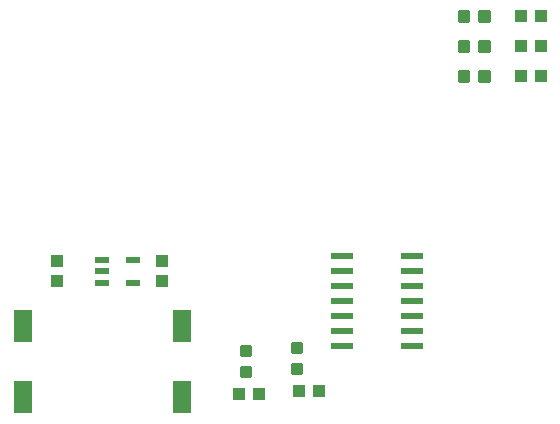
<source format=gtp>
G75*
%MOIN*%
%OFA0B0*%
%FSLAX25Y25*%
%IPPOS*%
%LPD*%
%AMOC8*
5,1,8,0,0,1.08239X$1,22.5*
%
%ADD10R,0.03937X0.04331*%
%ADD11R,0.04724X0.02165*%
%ADD12R,0.07799X0.02098*%
%ADD13R,0.06200X0.11100*%
%ADD14C,0.01181*%
D10*
X0075000Y0101654D03*
X0075000Y0108346D03*
X0110000Y0108346D03*
X0110000Y0101654D03*
X0155654Y0065000D03*
X0162346Y0065000D03*
X0142346Y0064000D03*
X0135654Y0064000D03*
X0229654Y0170000D03*
X0236346Y0170000D03*
X0236346Y0180000D03*
X0229654Y0180000D03*
X0229654Y0190000D03*
X0236346Y0190000D03*
D11*
X0100119Y0108740D03*
X0100119Y0101260D03*
X0089881Y0101260D03*
X0089881Y0105000D03*
X0089881Y0108740D03*
D12*
X0170000Y0110000D03*
X0170000Y0105000D03*
X0170000Y0100000D03*
X0170000Y0095000D03*
X0170000Y0090000D03*
X0170000Y0085000D03*
X0170000Y0080000D03*
X0193301Y0080000D03*
X0193301Y0085000D03*
X0193301Y0090000D03*
X0193301Y0095000D03*
X0193301Y0100000D03*
X0193301Y0105000D03*
X0193301Y0110000D03*
D13*
X0063500Y0063050D03*
X0063500Y0086950D03*
X0116500Y0086950D03*
X0116500Y0063050D03*
D14*
X0136622Y0072925D02*
X0139378Y0072925D01*
X0139378Y0070169D01*
X0136622Y0070169D01*
X0136622Y0072925D01*
X0136622Y0071349D02*
X0139378Y0071349D01*
X0139378Y0072529D02*
X0136622Y0072529D01*
X0136622Y0079831D02*
X0139378Y0079831D01*
X0139378Y0077075D01*
X0136622Y0077075D01*
X0136622Y0079831D01*
X0136622Y0078255D02*
X0139378Y0078255D01*
X0139378Y0079435D02*
X0136622Y0079435D01*
X0153622Y0080831D02*
X0156378Y0080831D01*
X0156378Y0078075D01*
X0153622Y0078075D01*
X0153622Y0080831D01*
X0153622Y0079255D02*
X0156378Y0079255D01*
X0156378Y0080435D02*
X0153622Y0080435D01*
X0153622Y0073925D02*
X0156378Y0073925D01*
X0156378Y0071169D01*
X0153622Y0071169D01*
X0153622Y0073925D01*
X0153622Y0072349D02*
X0156378Y0072349D01*
X0156378Y0073529D02*
X0153622Y0073529D01*
X0209169Y0168622D02*
X0209169Y0171378D01*
X0211925Y0171378D01*
X0211925Y0168622D01*
X0209169Y0168622D01*
X0209169Y0169802D02*
X0211925Y0169802D01*
X0211925Y0170982D02*
X0209169Y0170982D01*
X0216075Y0171378D02*
X0216075Y0168622D01*
X0216075Y0171378D02*
X0218831Y0171378D01*
X0218831Y0168622D01*
X0216075Y0168622D01*
X0216075Y0169802D02*
X0218831Y0169802D01*
X0218831Y0170982D02*
X0216075Y0170982D01*
X0216075Y0178622D02*
X0216075Y0181378D01*
X0218831Y0181378D01*
X0218831Y0178622D01*
X0216075Y0178622D01*
X0216075Y0179802D02*
X0218831Y0179802D01*
X0218831Y0180982D02*
X0216075Y0180982D01*
X0209169Y0181378D02*
X0209169Y0178622D01*
X0209169Y0181378D02*
X0211925Y0181378D01*
X0211925Y0178622D01*
X0209169Y0178622D01*
X0209169Y0179802D02*
X0211925Y0179802D01*
X0211925Y0180982D02*
X0209169Y0180982D01*
X0209169Y0188622D02*
X0209169Y0191378D01*
X0211925Y0191378D01*
X0211925Y0188622D01*
X0209169Y0188622D01*
X0209169Y0189802D02*
X0211925Y0189802D01*
X0211925Y0190982D02*
X0209169Y0190982D01*
X0216075Y0191378D02*
X0216075Y0188622D01*
X0216075Y0191378D02*
X0218831Y0191378D01*
X0218831Y0188622D01*
X0216075Y0188622D01*
X0216075Y0189802D02*
X0218831Y0189802D01*
X0218831Y0190982D02*
X0216075Y0190982D01*
M02*

</source>
